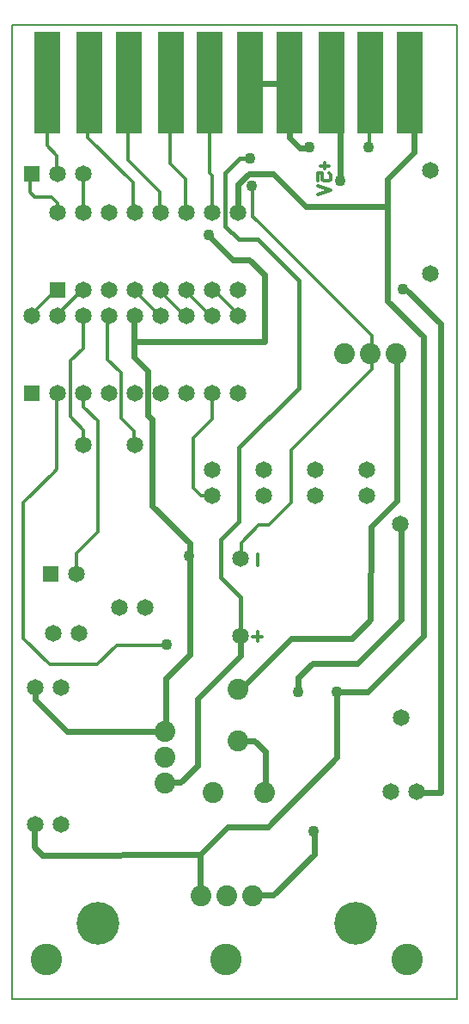
<source format=gbr>
*
%LPD*%
%LNbot*%
%FSLAX25Y25*%
%MOIN*%
%AD*%
%AD*%
%ADD12C,0.122047244*%
%ADD13C,0.165354331*%
%ADD14C,0.080708661*%
%ADD17C,0.06496063*%
%ADD18R,0.06496063X0.06496063*%
%ADD20C,0.043307087*%
%ADD21C,0.023622047*%
%ADD22C,0.012795276*%
%ADD24R,0.102362205X0.393700787*%
%ADD25C,0.015748031*%
%ADD37C,0.005*%
G4_NETID=0x54c0b2c0*
G54D18*
%SRX1Y1I0.0J0.0*%
G4_N35*
G1X-204848Y163846D3*
G4_N36*
G54D17*
G1X-194848Y163846D3*
G4_N37*
G1X-184848Y163846D3*
G4_N38*
G1X-174848Y163846D3*
G4_N39*
G1X-164848Y163846D3*
G4_N40*
G1X-154848Y163846D3*
G4_N41*
G1X-144848Y163846D3*
G4_N64*
G1X-134848Y163846D3*
G4_N36*
G1X-204848Y153846D3*
G4_N21*
G1X-194848Y153846D3*
G4_N22*
G1X-184848Y153846D3*
G4_N12*
G1X-174848Y153846D3*
G4_N38*
G1X-164848Y153846D3*
G4_N39*
G1X-154848Y153846D3*
G4_N40*
G1X-144848Y153846D3*
G4_N41*
G1X-134848Y153846D3*
G4_N35*
G1X-214844Y153847D3*
G4_N42*
G1X-204848Y193846D3*
G4_N44*
G1X-194848Y193846D3*
G4_N45*
G1X-184848Y193846D3*
G4_N46*
G1X-174848Y193846D3*
G4_N47*
G1X-164848Y193846D3*
G4_N48*
G1X-154848Y193846D3*
G4_N49*
G1X-144848Y193846D3*
G4_N8*
G1X-134848Y193846D3*
G4_N43*
G1X-205040Y208859D3*
G4_N44*
G1X-195040Y208859D3*
G4_N42*
G54D18*
G1X-215040Y208859D3*
G4_N18*
G54D20*
G1X-129396Y204270D3*
G4_N9*
G1X-130065Y214947D3*
G4_N12*
G1X-146136Y185067D3*
G4_N64*
G1X-107336Y219201D3*
G4_N50*
G1X-84047Y219104D3*
G4_N12*
G1X-95277Y206089D3*
G4_N64*
G1X-71042Y164215D3*
G4_N14*
G54D17*
G1X-60311Y210206D3*
G1X-60311Y170206D3*
G4_N64*
G54D14*
G1X-73692Y139280D3*
G4_N18*
G1X-83692Y139280D3*
G4_N33*
G1X-93692Y139280D3*
G4_N13*
G54D17*
G1X-204848Y123846D3*
G4_N17*
G1X-194848Y123846D3*
G4_N25*
G1X-184848Y123846D3*
G4_N64*
G1X-174848Y123846D3*
G4_N26*
G1X-164848Y123846D3*
G4_N27*
G1X-154848Y123846D3*
G4_N22*
G1X-174879Y103949D3*
G4_N21*
G1X-194879Y103949D3*
G4_N24*
G54D18*
G1X-214844Y123847D3*
G4_N19*
G54D17*
G1X-144848Y123846D3*
G4_N29*
G1X-134848Y123846D3*
G4_N28*
G1X-144908Y94272D3*
G4_N19*
G1X-144908Y84272D3*
G4_N30*
G1X-124906Y94272D3*
G4_N19*
G1X-124906Y84272D3*
G1X-104971Y84219D3*
G4_N31*
G1X-104971Y94219D3*
G4_N32*
G1X-84874Y94184D3*
G4_N19*
G1X-84874Y84184D3*
G4_N14*
G1X-71811Y73339D3*
G4_N12*
G54D20*
G1X-153747Y61043D3*
G4_N64*
G54D14*
G1X-134792Y9232D3*
G4_N18*
G54D17*
G1X-133821Y60023D3*
G4_N9*
G1X-133821Y30023D3*
G4_N14*
G54D20*
G1X-111663Y8155D3*
G4_N8*
G1X-96436Y8167D3*
G4_N11*
G54D17*
G1X-71568Y-1806D3*
G4_N63*
G1X-196700Y30868D3*
G4_N64*
G1X-206700Y30868D3*
G1X-203543Y10002D3*
G4_N12*
G1X-213543Y10002D3*
G4_N64*
G54D18*
G1X-207487Y53889D3*
G4_N17*
G54D17*
G1X-197487Y53889D3*
G4_N9*
G1X-170744Y41025D3*
G4_N64*
G1X-180744Y41025D3*
G4_N13*
G54D20*
G1X-162617Y26445D3*
G4_N12*
G54D14*
G1X-163044Y-7034D3*
G4_N64*
G1X-163044Y-17034D3*
G4_N9*
G1X-163044Y-27034D3*
G4_N64*
G54D17*
G1X-203542Y-43118D3*
G4_N8*
G1X-213542Y-43118D3*
G4_N1*
G54D13*
G1X-189198Y-81372D3*
G4_N4*
G1X-89317Y-81371D3*
G4_N59*
G54D12*
G1X-209303Y-95600D3*
G4_N60*
G1X-139491Y-95617D3*
G4_N61*
G1X-69298Y-95600D3*
G4_N10*
G54D14*
G1X-144594Y-30841D3*
G4_N64*
G1X-124594Y-30841D3*
G1X-134792Y-10768D3*
G4_N2*
G1X-139107Y-70765D3*
G4_N8*
G1X-149107Y-70765D3*
G4_N3*
G1X-129107Y-70765D3*
G4_N2*
G54D17*
G1X-75450Y-30556D3*
G4_N64*
G1X-65450Y-30556D3*
G4_N3*
G54D20*
G1X-105540Y-45842D3*
G4_N43*
G54D24*
G1X-208858Y244291D3*
G4_N46*
G1X-192520Y244291D3*
G4_N47*
G1X-177362Y244291D3*
G4_N48*
G1X-161024Y244291D3*
G4_N49*
G1X-145866Y244291D3*
G4_N64*
G1X-130118Y244291D3*
G1X-114961Y244291D3*
G4_N12*
G1X-98622Y244291D3*
G4_N50*
G1X-83465Y244291D3*
G4_N8*
G1X-68307Y244291D3*
G1X-83890Y219010D2*
G4_N50*
G54D22*
G1X-83890Y226131D1*
G1X-95215Y205946D2*
G4_N12*
G54D21*
G1X-95215Y225970D1*
G1X-107565Y218978D2*
G4_N64*
G1X-110980Y218978D1*
G1X-114892Y222890D1*
G1X-114892Y225560D1*
G1X-118557Y243993D2*
G1X-125223Y243993D1*
G1X-66660Y227113D2*
G4_N8*
G1X-66659Y217059D1*
G1X-76740Y206958D1*
G1X-76740Y196359D1*
G1X-108494Y196359D1*
G1X-121183Y209048D1*
G1X-130643Y209048D1*
G1X-134783Y204888D1*
G1X-134783Y193627D1*
G1X-76746Y196349D2*
G1X-76746Y159692D1*
G1X-62918Y145877D1*
G1X-62918Y29734D1*
G1X-84493Y8186D1*
G1X-96822Y8186D1*
G1X-96387Y8173D2*
G1X-96390Y-17190D1*
G1X-123366Y-44169D1*
G1X-138757Y-44169D1*
G1X-149521Y-54944D1*
G1X-210732Y-54964D1*
G1X-213837Y-51859D1*
G1X-213837Y-43207D1*
G1X-149397Y-70605D2*
G1X-149397Y-55007D1*
G1X-129818Y-70389D2*
G4_N3*
G1X-121083Y-70389D1*
G1X-105374Y-54653D1*
G1X-105374Y-46089D1*
G1X-65015Y-30775D2*
G4_N64*
G1X-56244Y-30775D1*
G1X-56223Y150762D1*
G1X-69463Y164001D1*
G1X-70869Y164001D1*
G1X-73289Y138977D2*
G1X-73269Y82358D1*
G1X-83364Y72263D1*
G1X-83384Y36248D1*
G1X-90707Y28925D1*
G1X-114269Y28931D1*
G1X-133632Y9546D1*
G1X-111456Y7955D2*
G4_N14*
G1X-111435Y13739D1*
G1X-106015Y19158D1*
G1X-88928Y19158D1*
G1X-71696Y73212D2*
G1X-71707Y36101D1*
G1X-88648Y19158D1*
G1X-89290Y19158D1*
G1X-124374Y-31013D2*
G4_N64*
G1X-124373Y-14817D1*
G1X-128555Y-10636D1*
G1X-135262Y-10636D1*
G1X-163208Y-26865D2*
G4_N9*
G1X-157081Y-26865D1*
G1X-150539Y-20323D1*
G1X-150539Y5552D1*
G1X-133772Y22320D1*
G1X-133772Y29772D1*
G54D25*
G1X-133772Y44760D1*
G1X-141514Y52502D1*
G1X-141514Y67158D1*
G1X-134517Y74155D1*
G1X-134517Y102805D1*
G1X-111332Y125990D1*
G1X-111332Y167557D1*
G1X-127251Y183476D1*
G1X-134620Y183476D1*
G1X-139775Y188630D1*
G1X-139863Y188635D2*
G1X-139842Y209212D1*
G1X-139754Y209207D2*
G1X-134103Y214858D1*
G1X-130149Y214858D1*
G1X-146128Y184898D2*
G4_N12*
G54D21*
G1X-136845Y175608D1*
G1X-130453Y175608D1*
G1X-124639Y169825D1*
G1X-124619Y143765D1*
G1X-175242Y143772D1*
G1X-175242Y153123D1*
G1X-175247Y143776D2*
G1X-175248Y137821D1*
G1X-169869Y132440D1*
G1X-169839Y115354D1*
G1X-168264Y113780D1*
G1X-168264Y80315D1*
G1X-153697Y65748D1*
G1X-153697Y22638D1*
G1X-162949Y13386D1*
G1X-162949Y-7087D1*
G1X-201138Y-7087D1*
G1X-213539Y5315D1*
G1X-213539Y11024D1*
G1X-133618Y59252D2*
G4_N18*
G54D22*
G1X-133618Y65945D1*
G1X-126728Y72835D1*
G1X-122988Y72835D1*
G1X-114327Y81496D1*
G1X-114327Y101969D1*
G1X-83027Y133268D1*
G1X-83027Y139173D1*
G1X-83027Y146063D1*
G1X-128697Y191732D1*
G1X-128894Y191929D1*
G1X-129287Y192323D2*
G1X-129287Y204528D1*
G1X-127713Y190748D2*
G1X-129287Y192323D1*
G1X-129287Y193701D1*
G1X-145035Y193504D2*
G4_N49*
G1X-145035Y208268D1*
G1X-146020Y209252D1*
G1X-146020Y225394D1*
G1X-155272Y193110D2*
G4_N48*
G1X-155272Y206890D1*
G1X-161177Y212795D1*
G1X-161177Y224606D1*
G1X-165114Y193110D2*
G4_N47*
G1X-165114Y201772D1*
G1X-177516Y214173D1*
G1X-177516Y225591D1*
G1X-175547Y193701D2*
G4_N46*
G1X-175547Y205512D1*
G1X-193067Y223031D1*
G1X-193067Y228150D1*
G1X-195035Y208661D2*
G4_N44*
G1X-195035Y193898D1*
G1X-205075Y208661D2*
G4_N43*
G1X-205075Y215945D1*
G1X-209012Y219882D1*
G1X-209012Y225197D1*
G1X-204878Y193307D2*
G4_N42*
G1X-204878Y197638D1*
G1X-207240Y200000D1*
G1X-213736Y200000D1*
G1X-215705Y201969D1*
G1X-215705Y205906D1*
G1X-215114Y154134D2*
G4_N35*
G1X-205862Y163386D1*
G1X-195232Y163976D2*
G4_N36*
G1X-205075Y154134D1*
G1X-195035Y153543D2*
G4_N21*
G1X-195035Y141339D1*
G1X-199957Y136417D1*
G1X-199957Y114764D1*
G1X-194839Y109646D1*
G1X-194839Y103346D1*
G1X-165114Y153740D2*
G4_N38*
G1X-175350Y163976D1*
G1X-165311Y163583D2*
G4_N39*
G1X-155665Y153937D1*
G1X-155075Y163386D2*
G4_N40*
G1X-145429Y153740D1*
G1X-144248Y163780D2*
G4_N41*
G1X-135193Y154724D1*
G1X-185390Y153740D2*
G4_N22*
G1X-185390Y137008D1*
G1X-180665Y132283D1*
G1X-180272Y131890D1*
G1X-180272Y114173D1*
G1X-175153Y109055D1*
G1X-175153Y104134D1*
G1X-194839Y123819D2*
G4_N17*
G1X-194839Y118701D1*
G1X-189327Y113189D1*
G1X-189327Y70276D1*
G1X-197594Y62008D1*
G1X-197594Y53150D1*
G1X-162358Y26378D2*
G4_N13*
G1X-182043Y26378D1*
G1X-189524Y18898D1*
G1X-208027Y18898D1*
G1X-218067Y28937D1*
G1X-218067Y81496D1*
G1X-205665Y93898D1*
G1X-205075Y123819D2*
G1X-205075Y94488D1*
G1X-206256Y93307D1*
G1X-144445Y84252D2*
G4_N19*
G1X-149169Y84252D1*
G1X-152122Y87205D1*
G1X-152122Y106693D1*
G1X-144839Y113976D1*
G1X-144839Y123622D1*
G1X-127319Y31496D2*
G4_N65*
G1X-127319Y27756D1*
G1X-127319Y29528D1*
G1X-125547Y29528D1*
G1X-129090Y29528D1*
G1X-127319Y57283D2*
G4_N66*
G1X-127319Y60827D1*
G1X-127319Y61614D1*
G1X-103032Y212008D2*
G4_N-1*
G1X-99588Y212008D1*
G1X-101310Y210827D2*
G1X-101310Y213189D1*
G1X-103894Y209055D2*
G1X-103894Y206102D1*
G1X-103894Y209055D2*
G1X-102171Y209055D1*
G1X-102171Y206693D1*
G1X-101310Y206102D1*
G1X-99588Y206102D1*
G1X-98726Y206693D1*
G1X-98726Y208465D1*
G1X-99588Y209055D1*
G1X-98726Y202559D2*
G1X-103894Y200787D1*
G1X-103894Y204331D2*
G1X-98726Y202559D1*
G1X-222622Y-110756D2*
G4_N62*
G54D37*
G1X-222622Y266468D1*
G1X-49783Y-110756D2*
G1X-49783Y266436D1*
G1X-222624Y-110756D2*
G1X-49783Y-110756D1*
G1X-222624Y266464D2*
G1X-49783Y266433D1*
M2*

</source>
